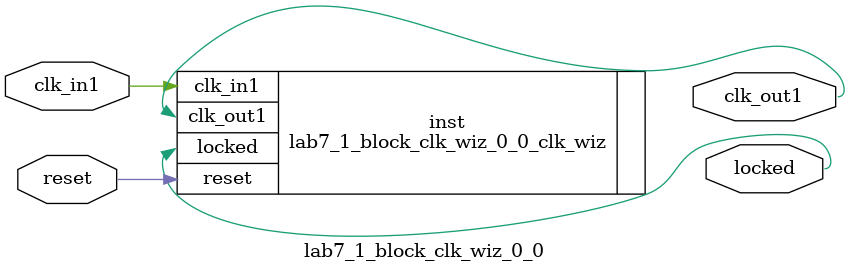
<source format=v>


`timescale 1ps/1ps

(* CORE_GENERATION_INFO = "lab7_1_block_clk_wiz_0_0,clk_wiz_v6_0_11_0_0,{component_name=lab7_1_block_clk_wiz_0_0,use_phase_alignment=true,use_min_o_jitter=false,use_max_i_jitter=false,use_dyn_phase_shift=false,use_inclk_switchover=false,use_dyn_reconfig=false,enable_axi=0,feedback_source=FDBK_AUTO,PRIMITIVE=MMCM,num_out_clk=1,clkin1_period=10.000,clkin2_period=10.000,use_power_down=false,use_reset=true,use_locked=true,use_inclk_stopped=false,feedback_type=SINGLE,CLOCK_MGR_TYPE=NA,manual_override=false}" *)

module lab7_1_block_clk_wiz_0_0 
 (
  // Clock out ports
  output        clk_out1,
  // Status and control signals
  input         reset,
  output        locked,
 // Clock in ports
  input         clk_in1
 );

  lab7_1_block_clk_wiz_0_0_clk_wiz inst
  (
  // Clock out ports  
  .clk_out1(clk_out1),
  // Status and control signals               
  .reset(reset), 
  .locked(locked),
 // Clock in ports
  .clk_in1(clk_in1)
  );

endmodule

</source>
